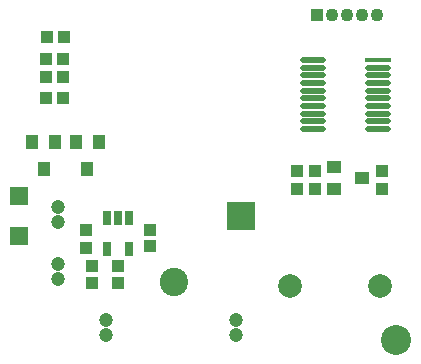
<source format=gbs>
G04*
G04 #@! TF.GenerationSoftware,Altium Limited,Altium Designer,20.0.2 (26)*
G04*
G04 Layer_Color=16711935*
%FSLAX25Y25*%
%MOIN*%
G70*
G01*
G75*
%ADD31C,0.10000*%
%ADD32R,0.03950X0.04343*%
%ADD40R,0.03975X0.04202*%
%ADD42R,0.04343X0.03950*%
%ADD43C,0.06800*%
%ADD45R,0.04202X0.03975*%
%ADD46C,0.04737*%
%ADD47R,0.09461X0.09461*%
%ADD48C,0.04343*%
%ADD49R,0.04343X0.04343*%
%ADD50C,0.07887*%
%ADD51C,0.09461*%
%ADD72R,0.03162X0.04737*%
%ADD73R,0.05918X0.05918*%
%ADD74O,0.08674X0.01784*%
%ADD75R,0.08674X0.01784*%
%ADD76R,0.04737X0.03950*%
%ADD77R,0.03950X0.04737*%
%ADD78R,0.04202X0.03950*%
D31*
X133400Y12300D02*
D03*
D32*
X22700Y113500D02*
D03*
X17189D02*
D03*
D40*
X16690Y92959D02*
D03*
X22621D02*
D03*
X106531Y68900D02*
D03*
X100600D02*
D03*
X106572Y62901D02*
D03*
X100641D02*
D03*
X22621Y100100D02*
D03*
X16690D02*
D03*
X22666Y106200D02*
D03*
X16735D02*
D03*
D42*
X51400Y49175D02*
D03*
Y43664D02*
D03*
X32000Y31545D02*
D03*
Y37056D02*
D03*
D43*
X133400Y12300D02*
D03*
D45*
X30000Y43235D02*
D03*
Y49165D02*
D03*
X128700Y68600D02*
D03*
Y62669D02*
D03*
D46*
X36900Y14078D02*
D03*
Y19000D02*
D03*
X20900Y56722D02*
D03*
Y51800D02*
D03*
X80000Y14078D02*
D03*
Y19000D02*
D03*
X20900Y32678D02*
D03*
Y37600D02*
D03*
D47*
X81700Y53800D02*
D03*
D48*
X122034Y120800D02*
D03*
X127034D02*
D03*
X117034D02*
D03*
X112034D02*
D03*
D49*
X107034D02*
D03*
D50*
X128061Y30500D02*
D03*
X98139D02*
D03*
D51*
X59600Y31800D02*
D03*
D72*
X37161Y42815D02*
D03*
X44640Y42816D02*
D03*
X44640Y53052D02*
D03*
X40900Y53052D02*
D03*
X37160Y53052D02*
D03*
D73*
X7800Y47040D02*
D03*
Y60426D02*
D03*
D74*
X127540Y98077D02*
D03*
Y95518D02*
D03*
Y92959D02*
D03*
Y90400D02*
D03*
Y87841D02*
D03*
Y85281D02*
D03*
X105886Y95518D02*
D03*
Y92959D02*
D03*
Y90400D02*
D03*
Y87841D02*
D03*
Y85282D02*
D03*
Y82722D02*
D03*
X127540D02*
D03*
X105886Y105754D02*
D03*
Y103195D02*
D03*
X127540Y100636D02*
D03*
Y103195D02*
D03*
X105886Y98077D02*
D03*
Y100636D02*
D03*
D75*
X127540Y105754D02*
D03*
D76*
X112979Y62660D02*
D03*
X122034Y66400D02*
D03*
X112979Y70141D02*
D03*
D77*
X34384Y78327D02*
D03*
X30643Y69272D02*
D03*
X26903Y78327D02*
D03*
X12303Y78427D02*
D03*
X16044Y69372D02*
D03*
X19784Y78427D02*
D03*
D78*
X40900Y31545D02*
D03*
Y37056D02*
D03*
M02*

</source>
